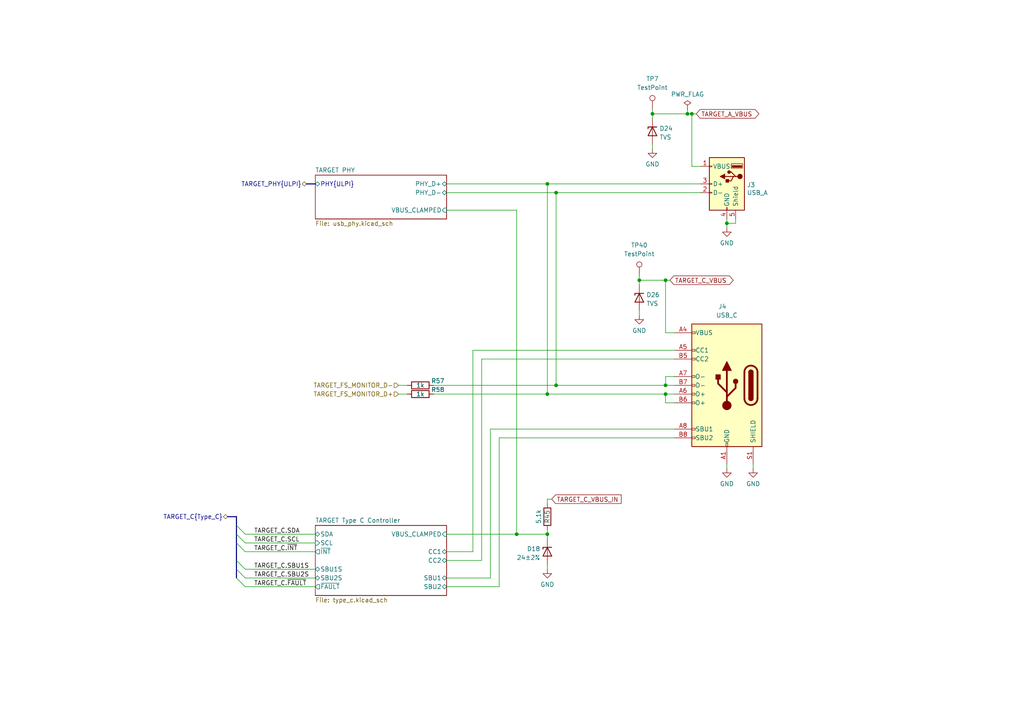
<source format=kicad_sch>
(kicad_sch (version 20231120) (generator "eeschema") (generator_version "8.0")
  (paper "A4")
  (title_block (title "Cynthion") (date "${DATE}") (rev "${VERSION}") (company "Copyright 2019-2023 Great Scott Gadgets") (comment 1 "Licensed under the CERN-OHL-P v2"))
  (lib_symbols
    (symbol "Connector:TestPoint" (pin_numbers hide) (pin_names (offset 0.762) hide)
      (property "Reference" "TP" (at 0 6.858 0))
      (property "Value" "TestPoint" (at 0 5.08 0))
      (symbol "TestPoint_0_1"
        (circle (center 0 3.302) (radius 0.762))
      )
      (symbol "TestPoint_1_1"
        (pin passive line (at 0 0 90) (length 2.54) (name "1") (number "1"))
      )
    )
    (symbol "Connector:USB_A" (pin_names (offset 1.016))
      (property "Reference" "J" (at -5.08 11.43 0))
      (property "Value" "USB_A" (at -5.08 8.89 0))
      (symbol "USB_A_0_1"
        (rectangle (start -5.08 -7.62) (end 5.08 7.62) (stroke (width 0.254)) (fill (type background)))
        (circle (center -3.81 2.159) (radius 0.635) (stroke (width 0.254)) (fill (type outline)))
        (rectangle (start -1.524 4.826) (end -4.318 5.334) (fill (type outline)))
        (rectangle (start -1.27 4.572) (end -4.572 5.842))
        (circle (center -0.635 3.429) (radius 0.381) (stroke (width 0.254)) (fill (type outline)))
        (rectangle (start -0.127 -7.62) (end 0.127 -6.858))
        (polyline (pts (xy -3.175 2.159) (xy -2.54 2.159) (xy -1.27 3.429) (xy -0.635 3.429)) (stroke (width 0.254)))
        (polyline (pts (xy -2.54 2.159) (xy -1.905 2.159) (xy -1.27 0.889) (xy 0 0.889)) (stroke (width 0.254)))
        (polyline (pts (xy 0.635 2.794) (xy 0.635 1.524) (xy 1.905 2.159) (xy 0.635 2.794)) (stroke (width 0.254)) (fill (type outline)))
        (rectangle (start 0.254 1.27) (end -0.508 0.508) (stroke (width 0.254)) (fill (type outline)))
        (rectangle (start 5.08 -2.667) (end 4.318 -2.413))
        (rectangle (start 5.08 -0.127) (end 4.318 0.127))
        (rectangle (start 5.08 4.953) (end 4.318 5.207))
      )
      (symbol "USB_A_1_1"
        (polyline (pts (xy -1.905 2.159) (xy 0.635 2.159)) (stroke (width 0.254)))
        (pin power_in line (at 7.62 5.08 180) (length 2.54) (name "VBUS") (number "1"))
        (pin bidirectional line (at 7.62 -2.54 180) (length 2.54) (name "D-") (number "2"))
        (pin bidirectional line (at 7.62 0 180) (length 2.54) (name "D+") (number "3"))
        (pin power_in line (at 0 -10.16 90) (length 2.54) (name "GND") (number "4"))
        (pin passive line (at -2.54 -10.16 90) (length 2.54) (name "Shield") (number "5"))
      )
    )
    (symbol "Connector:USB_C_Receptacle_USB2.0" (pin_names (offset 1.016))
      (property "Reference" "J" (at -10.16 19.05 0))
      (property "Value" "USB_C_Receptacle_USB2.0" (at 19.05 19.05 0))
      (symbol "USB_C_Receptacle_USB2.0_0_0"
        (rectangle (start -0.254 -17.78) (end 0.254 -16.764))
        (rectangle (start 10.16 -14.986) (end 9.144 -15.494))
        (rectangle (start 10.16 -12.446) (end 9.144 -12.954))
        (rectangle (start 10.16 -4.826) (end 9.144 -5.334))
        (rectangle (start 10.16 -2.286) (end 9.144 -2.794))
        (rectangle (start 10.16 0.254) (end 9.144 -0.254))
        (rectangle (start 10.16 2.794) (end 9.144 2.286))
        (rectangle (start 10.16 7.874) (end 9.144 7.366))
        (rectangle (start 10.16 10.414) (end 9.144 9.906))
        (rectangle (start 10.16 15.494) (end 9.144 14.986))
      )
      (symbol "USB_C_Receptacle_USB2.0_0_1"
        (rectangle (start -10.16 17.78) (end 10.16 -17.78) (stroke (width 0.254)) (fill (type background)))
        (arc (start -8.89 -3.81) (mid -6.985 -5.7067) (end -5.08 -3.81) (stroke (width 0.508)))
        (arc (start -7.62 -3.81) (mid -6.985 -4.4423) (end -6.35 -3.81) (stroke (width 0.254)))
        (arc (start -7.62 -3.81) (mid -6.985 -4.4423) (end -6.35 -3.81) (stroke (width 0.254)) (fill (type outline)))
        (rectangle (start -7.62 -3.81) (end -6.35 3.81) (stroke (width 0.254)) (fill (type outline)))
        (arc (start -6.35 3.81) (mid -6.985 4.4423) (end -7.62 3.81) (stroke (width 0.254)))
        (arc (start -6.35 3.81) (mid -6.985 4.4423) (end -7.62 3.81) (stroke (width 0.254)) (fill (type outline)))
        (arc (start -5.08 3.81) (mid -6.985 5.7067) (end -8.89 3.81) (stroke (width 0.508)))
        (circle (center -2.54 1.143) (radius 0.635) (stroke (width 0.254)) (fill (type outline)))
        (circle (center 0 -5.842) (radius 1.27) (fill (type outline)))
        (polyline (pts (xy -8.89 -3.81) (xy -8.89 3.81)) (stroke (width 0.508)))
        (polyline (pts (xy -5.08 3.81) (xy -5.08 -3.81)) (stroke (width 0.508)))
        (polyline (pts (xy 0 -5.842) (xy 0 4.318)) (stroke (width 0.508)))
        (polyline (pts (xy 0 -3.302) (xy -2.54 -0.762) (xy -2.54 0.508)) (stroke (width 0.508)))
        (polyline (pts (xy 0 -2.032) (xy 2.54 0.508) (xy 2.54 1.778)) (stroke (width 0.508)))
        (polyline (pts (xy -1.27 4.318) (xy 0 6.858) (xy 1.27 4.318) (xy -1.27 4.318)) (stroke (width 0.254)) (fill (type outline)))
        (rectangle (start 1.905 1.778) (end 3.175 3.048) (stroke (width 0.254)) (fill (type outline)))
      )
      (symbol "USB_C_Receptacle_USB2.0_1_1"
        (pin passive line (at 0 -22.86 90) (length 5.08) (name "GND") (number "A1"))
        (pin passive line (at 0 -22.86 90) (length 5.08) hide (name "GND") (number "A12"))
        (pin passive line (at 15.24 15.24 180) (length 5.08) (name "VBUS") (number "A4"))
        (pin bidirectional line (at 15.24 10.16 180) (length 5.08) (name "CC1") (number "A5"))
        (pin bidirectional line (at 15.24 -2.54 180) (length 5.08) (name "D+") (number "A6"))
        (pin bidirectional line (at 15.24 2.54 180) (length 5.08) (name "D-") (number "A7"))
        (pin bidirectional line (at 15.24 -12.7 180) (length 5.08) (name "SBU1") (number "A8"))
        (pin passive line (at 15.24 15.24 180) (length 5.08) hide (name "VBUS") (number "A9"))
        (pin passive line (at 0 -22.86 90) (length 5.08) hide (name "GND") (number "B1"))
        (pin passive line (at 0 -22.86 90) (length 5.08) hide (name "GND") (number "B12"))
        (pin passive line (at 15.24 15.24 180) (length 5.08) hide (name "VBUS") (number "B4"))
        (pin bidirectional line (at 15.24 7.62 180) (length 5.08) (name "CC2") (number "B5"))
        (pin bidirectional line (at 15.24 -5.08 180) (length 5.08) (name "D+") (number "B6"))
        (pin bidirectional line (at 15.24 0 180) (length 5.08) (name "D-") (number "B7"))
        (pin bidirectional line (at 15.24 -15.24 180) (length 5.08) (name "SBU2") (number "B8"))
        (pin passive line (at 15.24 15.24 180) (length 5.08) hide (name "VBUS") (number "B9"))
        (pin passive line (at -7.62 -22.86 90) (length 5.08) (name "SHIELD") (number "S1"))
      )
    )
    (symbol "Device:D_Zener" (pin_numbers hide) (pin_names (offset 1.016) hide)
      (property "Reference" "D" (at 0 2.54 0))
      (property "Value" "D_Zener" (at 0 -2.54 0))
      (symbol "D_Zener_0_1"
        (polyline (pts (xy 1.27 0) (xy -1.27 0)))
        (polyline (pts (xy -1.27 -1.27) (xy -1.27 1.27) (xy -0.762 1.27)) (stroke (width 0.254)))
        (polyline (pts (xy 1.27 -1.27) (xy 1.27 1.27) (xy -1.27 0) (xy 1.27 -1.27)) (stroke (width 0.254)))
      )
      (symbol "D_Zener_1_1"
        (pin passive line (at -3.81 0 0) (length 2.54) (name "K") (number "1"))
        (pin passive line (at 3.81 0 180) (length 2.54) (name "A") (number "2"))
      )
    )
    (symbol "Device:R" (pin_numbers hide) (pin_names (offset 0))
      (property "Reference" "R" (at 2.032 0 90))
      (property "Value" "R" (at 0 0 90))
      (symbol "R_0_1"
        (rectangle (start -1.016 -2.54) (end 1.016 2.54) (stroke (width 0.254)))
      )
      (symbol "R_1_1"
        (pin passive line (at 0 3.81 270) (length 1.27) (name "~") (number "1"))
        (pin passive line (at 0 -3.81 90) (length 1.27) (name "~") (number "2"))
      )
    )
    (symbol "power:GND" (power) (pin_names (offset 0))
      (property "Value" "GND" (at 0 -3.81 0))
      (symbol "GND_0_1"
        (polyline (pts (xy 0 0) (xy 0 -1.27) (xy 1.27 -1.27) (xy 0 -2.54) (xy -1.27 -1.27) (xy 0 -1.27)))
      )
      (symbol "GND_1_1"
        (pin power_in line (at 0 0 270) (length 0) hide (name "GND") (number "1"))
      )
    )
    (symbol "power:PWR_FLAG" (power) (pin_numbers hide) (pin_names (offset 0) hide)
      (property "Value" "PWR_FLAG" (at 0 3.81 0))
      (symbol "PWR_FLAG_0_0"
        (pin power_out line (at 0 0 90) (length 0) (name "pwr") (number "1"))
      )
      (symbol "PWR_FLAG_0_1"
        (polyline (pts (xy 0 0) (xy 0 1.27) (xy -1.016 1.905) (xy 0 2.54) (xy 1.016 1.905) (xy 0 1.27)))
      )
    )
  )
  (junction (at 158.75 154.94))
  (junction (at 189.23 33.02))
  (junction (at 185.42 81.28))
  (junction (at 193.04 114.3))
  (junction (at 193.04 111.76))
  (junction (at 193.04 81.28))
  (junction (at 200.66 33.02))
  (junction (at 161.29 111.76))
  (junction (at 199.39 33.02))
  (junction (at 161.29 55.88))
  (junction (at 210.82 64.77))
  (junction (at 158.75 53.34))
  (junction (at 158.75 114.3))
  (junction (at 149.86 154.94))
  (bus_entry (at 68.58 157.48) (size 2.54 2.54))
  (bus_entry (at 68.58 162.56) (size 2.54 2.54))
  (bus_entry (at 68.58 167.64) (size 2.54 2.54))
  (bus_entry (at 68.58 152.4) (size 2.54 2.54))
  (bus_entry (at 68.58 154.94) (size 2.54 2.54))
  (bus_entry (at 68.58 165.1) (size 2.54 2.54))
  (wire (pts (xy 71.12 167.64) (xy 91.44 167.64)))
  (wire (pts (xy 199.39 31.75) (xy 199.39 33.02)))
  (wire (pts (xy 129.54 53.34) (xy 158.75 53.34)))
  (wire (pts (xy 193.04 81.28) (xy 194.31 81.28)))
  (wire (pts (xy 195.58 124.46) (xy 142.24 124.46)))
  (wire (pts (xy 91.44 165.1) (xy 71.12 165.1)))
  (wire (pts (xy 139.7 162.56) (xy 139.7 104.14)))
  (wire (pts (xy 118.11 114.3) (xy 115.57 114.3)))
  (bus (pts (xy 68.58 165.1) (xy 68.58 167.64)))
  (wire (pts (xy 149.86 60.96) (xy 149.86 154.94)))
  (wire (pts (xy 71.12 160.02) (xy 91.44 160.02)))
  (wire (pts (xy 193.04 114.3) (xy 193.04 116.84)))
  (wire (pts (xy 195.58 96.52) (xy 193.04 96.52)))
  (bus (pts (xy 68.58 152.4) (xy 68.58 154.94)))
  (wire (pts (xy 129.54 167.64) (xy 142.24 167.64)))
  (wire (pts (xy 210.82 134.62) (xy 210.82 135.89)))
  (wire (pts (xy 158.75 153.67) (xy 158.75 154.94)))
  (wire (pts (xy 91.44 157.48) (xy 71.12 157.48)))
  (wire (pts (xy 185.42 81.28) (xy 193.04 81.28)))
  (wire (pts (xy 125.73 111.76) (xy 161.29 111.76)))
  (wire (pts (xy 137.16 101.6) (xy 137.16 160.02)))
  (wire (pts (xy 161.29 55.88) (xy 203.2 55.88)))
  (bus (pts (xy 66.04 149.86) (xy 68.58 149.86)))
  (wire (pts (xy 200.66 48.26) (xy 203.2 48.26)))
  (wire (pts (xy 199.39 33.02) (xy 189.23 33.02)))
  (wire (pts (xy 158.75 154.94) (xy 158.75 156.21)))
  (wire (pts (xy 139.7 162.56) (xy 129.54 162.56)))
  (wire (pts (xy 158.75 114.3) (xy 193.04 114.3)))
  (wire (pts (xy 185.42 81.28) (xy 185.42 82.55)))
  (wire (pts (xy 193.04 116.84) (xy 195.58 116.84)))
  (wire (pts (xy 213.36 64.77) (xy 213.36 63.5)))
  (wire (pts (xy 210.82 64.77) (xy 213.36 64.77)))
  (wire (pts (xy 189.23 31.75) (xy 189.23 33.02)))
  (wire (pts (xy 91.44 170.18) (xy 71.12 170.18)))
  (wire (pts (xy 158.75 144.78) (xy 160.02 144.78)))
  (wire (pts (xy 193.04 111.76) (xy 193.04 109.22)))
  (bus (pts (xy 68.58 157.48) (xy 68.58 162.56)))
  (wire (pts (xy 218.44 134.62) (xy 218.44 135.89)))
  (wire (pts (xy 193.04 109.22) (xy 195.58 109.22)))
  (wire (pts (xy 158.75 163.83) (xy 158.75 165.1)))
  (wire (pts (xy 158.75 53.34) (xy 158.75 114.3)))
  (wire (pts (xy 125.73 114.3) (xy 158.75 114.3)))
  (wire (pts (xy 189.23 33.02) (xy 189.23 34.29)))
  (wire (pts (xy 142.24 167.64) (xy 142.24 124.46)))
  (wire (pts (xy 210.82 64.77) (xy 210.82 66.04)))
  (wire (pts (xy 144.78 170.18) (xy 129.54 170.18)))
  (bus (pts (xy 68.58 154.94) (xy 68.58 157.48)))
  (wire (pts (xy 129.54 160.02) (xy 137.16 160.02)))
  (wire (pts (xy 203.2 53.34) (xy 158.75 53.34)))
  (wire (pts (xy 193.04 96.52) (xy 193.04 81.28)))
  (wire (pts (xy 185.42 91.44) (xy 185.42 90.17)))
  (bus (pts (xy 68.58 162.56) (xy 68.58 165.1)))
  (wire (pts (xy 144.78 127) (xy 195.58 127)))
  (bus (pts (xy 68.58 149.86) (xy 68.58 152.4)))
  (wire (pts (xy 161.29 55.88) (xy 161.29 111.76)))
  (wire (pts (xy 189.23 43.18) (xy 189.23 41.91)))
  (wire (pts (xy 195.58 111.76) (xy 193.04 111.76)))
  (wire (pts (xy 139.7 104.14) (xy 195.58 104.14)))
  (wire (pts (xy 200.66 33.02) (xy 200.66 48.26)))
  (wire (pts (xy 71.12 154.94) (xy 91.44 154.94)))
  (wire (pts (xy 149.86 154.94) (xy 129.54 154.94)))
  (wire (pts (xy 210.82 63.5) (xy 210.82 64.77)))
  (wire (pts (xy 161.29 111.76) (xy 193.04 111.76)))
  (wire (pts (xy 195.58 101.6) (xy 137.16 101.6)))
  (wire (pts (xy 200.66 33.02) (xy 201.93 33.02)))
  (bus (pts (xy 88.9 53.34) (xy 91.44 53.34)))
  (wire (pts (xy 129.54 55.88) (xy 161.29 55.88)))
  (wire (pts (xy 200.66 33.02) (xy 199.39 33.02)))
  (wire (pts (xy 144.78 170.18) (xy 144.78 127)))
  (wire (pts (xy 195.58 114.3) (xy 193.04 114.3)))
  (wire (pts (xy 158.75 146.05) (xy 158.75 144.78)))
  (wire (pts (xy 118.11 111.76) (xy 115.57 111.76)))
  (wire (pts (xy 149.86 60.96) (xy 129.54 60.96)))
  (wire (pts (xy 185.42 80.01) (xy 185.42 81.28)))
  (wire (pts (xy 149.86 154.94) (xy 158.75 154.94)))
  (label "TARGET_C.SDA" (at 73.66 154.94 0))
  (label "TARGET_C.~{INT}" (at 73.66 160.02 0))
  (label "TARGET_C.~{FAULT}" (at 73.66 170.18 0))
  (label "TARGET_C.SBU1S" (at 73.66 165.1 0))
  (label "TARGET_C.SBU2S" (at 73.66 167.64 0))
  (label "TARGET_C.SCL" (at 73.66 157.48 0))
  (global_label "TARGET_C_VBUS" (shape bidirectional) (at 194.31 81.28 0) (property "Intersheetrefs" "${INTERSHEET_REFS}" (effects (hide yes))))
  (global_label "TARGET_C_VBUS_IN" (shape input) (at 160.02 144.78 0) (property "Intersheetrefs" "${INTERSHEET_REFS}" (effects (hide yes))))
  (global_label "TARGET_A_VBUS" (shape bidirectional) (at 201.93 33.02 0) (property "Intersheetrefs" "${INTERSHEET_REFS}" (effects (hide yes))))
  (hierarchical_label "TARGET_FS_MONITOR_D-" (shape input) (at 115.57 111.76 180))
  (hierarchical_label "TARGET_FS_MONITOR_D+" (shape input) (at 115.57 114.3 180))
  (hierarchical_label "TARGET_C{Type_C}" (shape bidirectional) (at 66.04 149.86 180))
  (hierarchical_label "TARGET_PHY{ULPI}" (shape bidirectional) (at 88.9 53.34 180))
  (symbol (lib_id "Device:R") (at 121.92 111.76 270) (unit 1)
    (property "Reference" "R57" (at 127 110.49 90))
    (property "Value" "1k" (at 121.92 111.76 90))
    (property "Footprint" "Resistor_SMD:R_0402_1005Metric" (effects (hide yes)))
    (property "Description" "RES 1K OHM 5% 1/16W 0402" (effects (hide yes)))
    (property "Part Number" "RC0402JR-071KL" (effects (hide yes)))
    (property "Substitution" "any equivalent" (effects (hide yes)))
    (property "Manufacturer" "Yageo" (effects (hide yes)))
    (property "LCSC#" "C105637" (effects (hide yes)))
  )
  (symbol (lib_id "Device:R") (at 158.75 149.86 0) (mirror x) (unit 1)
    (property "Reference" "R45" (at 158.75 149.86 90))
    (property "Value" "5.1k" (at 156.21 149.86 90))
    (property "Footprint" "Resistor_SMD:R_0402_1005Metric" (effects (hide yes)))
    (property "Description" "RES 5.1K OHM 5% 1/16W 0402" (effects (hide yes)))
    (property "Part Number" "RC0402JR-075K1L" (effects (hide yes)))
    (property "Substitution" "any equivalent" (effects (hide yes)))
    (property "Manufacturer" "Yageo" (effects (hide yes)))
    (property "LCSC#" "C105873" (effects (hide yes)))
  )
  (symbol (lib_id "power:GND") (at 210.82 135.89 0) (unit 1)
    (property "Reference" "#PWR0233" (effects (hide yes)))
    (property "Value" "GND" (at 210.82 140.3334 0))
  )
  (symbol (lib_id "Device:D_Zener") (at 185.42 86.36 90) (mirror x) (unit 1)
    (property "Reference" "D26" (at 187.452 85.5253 90) (effects (justify right)))
    (property "Value" "TVS" (at 187.452 88.0622 90) (effects (justify right)))
    (property "Footprint" "cynthion:DFN1006-2" (effects (hide yes)))
    (property "Datasheet" "https://assets.nexperia.com/documents/data-sheet/PESDXS1UL_SER.pdf" (effects (hide yes)))
    (property "Description" "TVS DIODE 36VWM 80VC DFN1006-2" (effects (hide yes)))
    (property "Manufacturer" "Nexperia" (effects (hide yes)))
    (property "Part Number" "PESD36VS1UL,315" (effects (hide yes)))
    (property "LCSC#" " C503417" (effects (hide yes)))
  )
  (symbol (lib_id "Connector:TestPoint") (at 189.23 31.75 0) (unit 1) (in_bom no)
    (property "Reference" "TP7" (at 189.23 22.86 0))
    (property "Value" "TestPoint" (at 189.23 25.4 0))
    (property "Footprint" "TestPoint:TestPoint_Pad_D1.0mm" (effects (hide yes)))
  )
  (symbol (lib_id "power:GND") (at 158.75 165.1 0) (mirror y) (unit 1)
    (property "Reference" "#PWR024" (effects (hide yes)))
    (property "Value" "GND" (at 158.75 169.5434 0))
  )
  (symbol (lib_id "power:PWR_FLAG") (at 199.39 31.75 0) (unit 1)
    (property "Reference" "#FLG01" (effects (hide yes)))
    (property "Value" "PWR_FLAG" (at 199.39 27.3558 0))
  )
  (symbol (lib_id "power:GND") (at 189.23 43.18 0) (unit 1)
    (property "Reference" "#PWR081" (effects (hide yes)))
    (property "Value" "GND" (at 189.23 47.6234 0))
  )
  (symbol (lib_id "power:GND") (at 218.44 135.89 0) (unit 1)
    (property "Reference" "#PWR0234" (effects (hide yes)))
    (property "Value" "GND" (at 218.44 140.3334 0))
  )
  (symbol (lib_id "power:GND") (at 185.42 91.44 0) (unit 1)
    (property "Reference" "#PWR039" (effects (hide yes)))
    (property "Value" "GND" (at 185.42 95.8834 0))
  )
  (symbol (lib_id "Connector:USB_A") (at 210.82 53.34 0) (mirror y) (unit 1)
    (property "Reference" "J3" (at 216.6366 53.6194 0) (effects (justify right)))
    (property "Value" "USB_A" (at 216.6366 55.9054 0) (effects (justify right)))
    (property "Footprint" "cynthion:USB_A_Kycon_KUSBXHT-SB-AS1N-B30-NF_Horizontal" (effects (hide yes)))
    (property "Datasheet" " ~" (effects (hide yes)))
    (property "Description" "USB A TYPE RECEPTACLE, SHORT BODY" (effects (hide yes)))
    (property "Manufacturer" "Jing Extension of the Electronic Co." (effects (hide yes)))
    (property "Part Number" "C42411" (effects (hide yes)))
    (property "Substitution" "Kycon KUSBXHT-SB-AS1N-B30-NF, Tensility 54-00015, GCT USB1125-GF-B" (effects (hide yes)))
    (property "LCSC#" "C42411" (effects (hide yes)))
  )
  (symbol (lib_id "Connector:TestPoint") (at 185.42 80.01 0) (unit 1) (in_bom no)
    (property "Reference" "TP40" (at 185.42 71.12 0))
    (property "Value" "TestPoint" (at 185.42 73.66 0))
    (property "Footprint" "TestPoint:TestPoint_Pad_D1.0mm" (effects (hide yes)))
  )
  (symbol (lib_id "Connector:USB_C_Receptacle_USB2.0") (at 210.82 111.76 0) (mirror y) (unit 1)
    (property "Reference" "J4" (at 209.55 88.9 0))
    (property "Value" "USB_C" (at 210.82 91.44 0))
    (property "Footprint" "cynthion:USB_C_Receptacle_HRO_TYPE-C-31-M-12" (effects (hide yes)))
    (property "Description" "CONN RCPT USB2.0 TYPE-C 16POS" (effects (hide yes)))
    (property "Manufacturer" "DEALON" (effects (hide yes)))
    (property "Part Number" "USB-TYPE-C-019" (effects (hide yes)))
    (property "Substitution" "Yuandi TYPE-611A-T3" (effects (hide yes)))
    (property "LCSC#" "C2927039" (effects (hide yes)))
  )
  (symbol (lib_id "Device:D_Zener") (at 189.23 38.1 90) (mirror x) (unit 1)
    (property "Reference" "D24" (at 191.262 37.2653 90) (effects (justify right)))
    (property "Value" "TVS" (at 191.262 39.8022 90) (effects (justify right)))
    (property "Footprint" "cynthion:DFN1006-2" (effects (hide yes)))
    (property "Datasheet" "https://assets.nexperia.com/documents/data-sheet/PESDXS1UL_SER.pdf" (effects (hide yes)))
    (property "Description" "TVS DIODE 36VWM 80VC DFN1006-2" (effects (hide yes)))
    (property "Manufacturer" "Nexperia" (effects (hide yes)))
    (property "Part Number" "PESD36VS1UL,315" (effects (hide yes)))
    (property "LCSC#" " C503417" (effects (hide yes)))
  )
  (symbol (lib_id "power:GND") (at 210.82 66.04 0) (unit 1)
    (property "Reference" "#PWR0137" (effects (hide yes)))
    (property "Value" "GND" (at 210.82 70.4834 0))
  )
  (symbol (lib_id "Device:D_Zener") (at 158.75 160.02 90) (mirror x) (unit 1)
    (property "Reference" "D18" (at 156.718 159.1853 90) (effects (justify left)))
    (property "Value" "24±2%" (at 156.718 161.7222 90) (effects (justify left)))
    (property "Footprint" "cynthion:DFN1006-2" (effects (hide yes)))
    (property "Datasheet" "https://assets.nexperia.com/documents/data-sheet/BZX884_BC_SER.pdf" (effects (hide yes)))
    (property "Description" "DIODE ZENER 24V 250MW DFN1006-2" (effects (hide yes)))
    (property "Manufacturer" "Nexperia" (effects (hide yes)))
    (property "Part Number" "BZX884-B24,315" (effects (hide yes)))
  )
  (symbol (lib_id "Device:R") (at 121.92 114.3 270) (unit 1)
    (property "Reference" "R58" (at 127 113.03 90))
    (property "Value" "1k" (at 121.92 114.3 90))
    (property "Footprint" "Resistor_SMD:R_0402_1005Metric" (effects (hide yes)))
    (property "Description" "RES 1K OHM 5% 1/16W 0402" (effects (hide yes)))
    (property "Part Number" "RC0402JR-071KL" (effects (hide yes)))
    (property "Substitution" "any equivalent" (effects (hide yes)))
    (property "Manufacturer" "Yageo" (effects (hide yes)))
    (property "LCSC#" "C105637" (effects (hide yes)))
  )
  (sheet (at 91.44 50.8) (size 38.1 12.7) (stroke (width 0.1524))
    (property "Sheetname" "TARGET PHY" (at 91.44 50.0884 0) (effects (justify left bottom)))
    (property "Sheetfile" "usb_phy.kicad_sch" (at 91.44 64.0846 0) (effects (justify left top)))
    (pin "PHY_D-" bidirectional (at 129.54 55.88 0))
    (pin "PHY_D+" bidirectional (at 129.54 53.34 0))
    (pin "PHY{ULPI}" bidirectional (at 91.44 53.34 180))
    (pin "VBUS_CLAMPED" input (at 129.54 60.96 0))
  )
  (sheet (at 91.44 152.4) (size 38.1 20.32) (stroke (width 0.1524))
    (property "Sheetname" "TARGET Type C Controller" (at 91.44 151.6884 0) (effects (justify left bottom)))
    (property "Sheetfile" "type_c.kicad_sch" (at 91.44 173.3046 0) (effects (justify left top)))
    (pin "VBUS_CLAMPED" input (at 129.54 154.94 0))
    (pin "SBU2" bidirectional (at 129.54 170.18 0))
    (pin "CC1" bidirectional (at 129.54 160.02 0))
    (pin "SBU1" bidirectional (at 129.54 167.64 0))
    (pin "CC2" bidirectional (at 129.54 162.56 0))
    (pin "SDA" bidirectional (at 91.44 154.94 180))
    (pin "SCL" input (at 91.44 157.48 180))
    (pin "~{INT}" output (at 91.44 160.02 180))
    (pin "SBU1S" bidirectional (at 91.44 165.1 180))
    (pin "SBU2S" bidirectional (at 91.44 167.64 180))
    (pin "~{FAULT}" output (at 91.44 170.18 180))
  )
)
</source>
